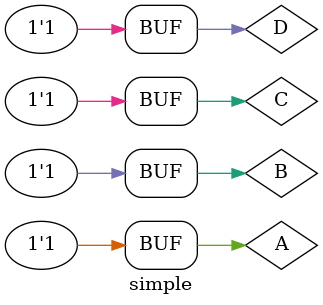
<source format=v>
`timescale 1ns / 1ps
module simple;
reg A, B, C, D;
wire F, d;

simplified mySimple( 
  .A( A ),
  .B( B ),
  .C( C ),
  .D( D ),
  .F( F ),
  .d( d )
);

initial
    begin
    $monitor( A, B, C, D );
     A = 1'b0;
     B = 1'b0;
     C = 1'b0;
     D = 1'b0;
     
     #10
     A = 1'b0;
     B = 1'b0;
     C = 1'b0;
     D = 1'b1; 
    
     #10
     A = 1'b0;
     B = 1'b0;
     C = 1'b1;
     D = 1'b0;
     
     #10
     A = 1'b0;
     B = 1'b0;
     C = 1'b1;
     D = 1'b1;
     
     #10
     A = 1'b0;
     B = 1'b1;
     C = 1'b0;
     D = 1'b0;
     
     #10
     A = 1'b0;
     B = 1'b1;
     C = 1'b0;
     D = 1'b1;
     
     #10
     A = 1'b0;
     B = 1'b1;
     C = 1'b1;
     D = 1'b0;
     
     #10
     A = 1'b0;
     B = 1'b1;
     C = 1'b1;
     D = 1'b1;
     
     #10
     A = 1'b1;
     B = 1'b0;
     C = 1'b0;
     D = 1'b0;
     
     #10
     A = 1'b1;
     B = 1'b0;
     C = 1'b0;
     D = 1'b1;
     
     #10
     A = 1'b1;
     B = 1'b0;
     C = 1'b1;
     D = 1'b0;
     
     #10
     A = 1'b1;
     B = 1'b0;
     C = 1'b1;
     D = 1'b1;
     
     #10
     A = 1'b1;
     B = 1'b1;
     C = 1'b0;
     D = 1'b0;
     
     #10
     A = 1'b1;
     B = 1'b1;
     C = 1'b0;
     D = 1'b1;
     
     #10
     A = 1'b1;
     B = 1'b1;
     C = 1'b1;
     D = 1'b0;
     
     #10
     A = 1'b1;
     B = 1'b1;
     C = 1'b1;
     D = 1'b1;
    
    end

endmodule

</source>
